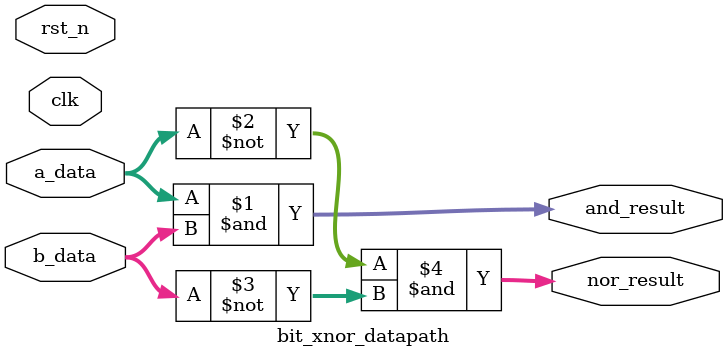
<source format=sv>
module struct_input_xnor (
    input  wire        clk,         // 添加时钟信号用于流水线
    input  wire        rst_n,       // 添加复位信号
    input  wire [3:0]  a_in,        // 输入数据A
    input  wire [3:0]  b_in,        // 输入数据B
    output wire [3:0]  struct_out   // 结构化输出结果
);
    // 数据流水线寄存器 - 第一级
    reg [3:0] a_in_reg, b_in_reg;
    
    // 中间信号声明 - 明确数据流路径
    wire [3:0] and_result;  // a & b 结果
    wire [3:0] nor_result;  // ~a & ~b 结果
    
    // 第二级流水线寄存器
    reg [3:0] and_result_reg;
    reg [3:0] nor_result_reg;
    
    // 第三级流水线 - 最终结果
    reg [3:0] result_reg;

    // 实例化优化后的位运算子模块
    bit_xnor_datapath bit_xnor_inst (
        .clk(clk),
        .rst_n(rst_n),
        .a_data(a_in_reg),
        .b_data(b_in_reg),
        .and_result(and_result),
        .nor_result(nor_result)
    );
    
    // 流水线寄存器更新
    always @(posedge clk or negedge rst_n) begin
        if (!rst_n) begin
            // 第一级流水线寄存器复位
            a_in_reg <= 4'b0;
            b_in_reg <= 4'b0;
            
            // 第二级流水线寄存器复位
            and_result_reg <= 4'b0;
            nor_result_reg <= 4'b0;
            
            // 第三级流水线寄存器复位
            result_reg <= 4'b0;
        end
        else begin
            // 第一级：输入数据寄存
            a_in_reg <= a_in;
            b_in_reg <= b_in;
            
            // 第二级：中间结果寄存
            and_result_reg <= and_result;
            nor_result_reg <= nor_result;
            
            // 第三级：计算最终结果
            result_reg <= and_result_reg | nor_result_reg;
        end
    end
    
    // 输出赋值
    assign struct_out = result_reg;
    
endmodule

// 优化的数据通路子模块：分离计算与流水线逻辑
module bit_xnor_datapath #(
    parameter WIDTH = 4
)(
    input  wire                clk,          // 时钟信号
    input  wire                rst_n,        // 复位信号
    input  wire [WIDTH-1:0]    a_data,       // 数据输入A
    input  wire [WIDTH-1:0]    b_data,       // 数据输入B
    output wire [WIDTH-1:0]    and_result,   // A&B中间结果
    output wire [WIDTH-1:0]    nor_result    // ~A&~B中间结果
);
    // 分解XNOR计算为两个独立的运算路径，减少关键路径长度
    // 分支1: A与B的与运算
    assign and_result = a_data & b_data;
    
    // 分支2: ~A与~B的与运算
    assign nor_result = (~a_data) & (~b_data);
    
    // 注：OR操作被移到顶层模块的流水线逻辑中
endmodule
</source>
